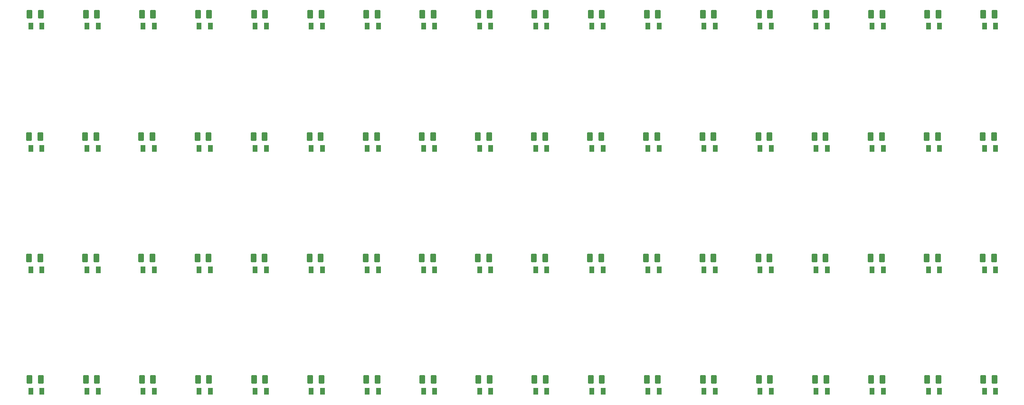
<source format=gtp>
G04*
G04 #@! TF.GenerationSoftware,Altium Limited,Altium Designer,22.10.1 (41)*
G04*
G04 Layer_Color=8421504*
%FSTAX44Y44*%
%MOMM*%
G71*
G04*
G04 #@! TF.SameCoordinates,24A3EEB5-F367-497A-A3BB-2F848839041C*
G04*
G04*
G04 #@! TF.FilePolarity,Positive*
G04*
G01*
G75*
G04:AMPARAMS|DCode=14|XSize=1.25mm|YSize=0.9mm|CornerRadius=0.1125mm|HoleSize=0mm|Usage=FLASHONLY|Rotation=90.000|XOffset=0mm|YOffset=0mm|HoleType=Round|Shape=RoundedRectangle|*
%AMROUNDEDRECTD14*
21,1,1.2500,0.6750,0,0,90.0*
21,1,1.0250,0.9000,0,0,90.0*
1,1,0.2250,0.3375,0.5125*
1,1,0.2250,0.3375,-0.5125*
1,1,0.2250,-0.3375,-0.5125*
1,1,0.2250,-0.3375,0.5125*
%
%ADD14ROUNDEDRECTD14*%
G04:AMPARAMS|DCode=15|XSize=1.5mm|YSize=1mm|CornerRadius=0.125mm|HoleSize=0mm|Usage=FLASHONLY|Rotation=270.000|XOffset=0mm|YOffset=0mm|HoleType=Round|Shape=RoundedRectangle|*
%AMROUNDEDRECTD15*
21,1,1.5000,0.7500,0,0,270.0*
21,1,1.2500,1.0000,0,0,270.0*
1,1,0.2500,-0.3750,-0.6250*
1,1,0.2500,-0.3750,0.6250*
1,1,0.2500,0.3750,0.6250*
1,1,0.2500,0.3750,-0.6250*
%
%ADD15ROUNDEDRECTD15*%
D14*
X01756Y02261D02*
D03*
X01736D02*
D03*
X01856D02*
D03*
X01836D02*
D03*
X01956D02*
D03*
X01936D02*
D03*
X01556D02*
D03*
X01536D02*
D03*
X01256D02*
D03*
X01236D02*
D03*
X01356D02*
D03*
X01336D02*
D03*
X01456D02*
D03*
X01436D02*
D03*
X01656D02*
D03*
X01636D02*
D03*
X01156D02*
D03*
X01136D02*
D03*
X00556D02*
D03*
X00536D02*
D03*
X00456D02*
D03*
X00436D02*
D03*
X01056D02*
D03*
X01036D02*
D03*
X00656D02*
D03*
X00636D02*
D03*
X00356D02*
D03*
X00336D02*
D03*
X00856D02*
D03*
X00836D02*
D03*
X00756D02*
D03*
X00736D02*
D03*
X00236Y02696D02*
D03*
X00256D02*
D03*
X00236Y02478D02*
D03*
X00256D02*
D03*
X00236Y02261D02*
D03*
X00256D02*
D03*
X00736Y02044D02*
D03*
X00756D02*
D03*
X00236D02*
D03*
X00256D02*
D03*
X00336Y02696D02*
D03*
X00356D02*
D03*
X00336Y02478D02*
D03*
X00356D02*
D03*
X00836Y02044D02*
D03*
X00856D02*
D03*
X00336D02*
D03*
X00356D02*
D03*
X00436Y02696D02*
D03*
X00456D02*
D03*
X00436Y02478D02*
D03*
X00456D02*
D03*
X00936Y02044D02*
D03*
X00956D02*
D03*
X00436D02*
D03*
X00456D02*
D03*
X00536Y02696D02*
D03*
X00556D02*
D03*
X00536Y02478D02*
D03*
X00556D02*
D03*
X01036Y02044D02*
D03*
X01056D02*
D03*
X00536D02*
D03*
X00556D02*
D03*
X00636Y02696D02*
D03*
X00656D02*
D03*
X00636Y02478D02*
D03*
X00656D02*
D03*
X01136Y02044D02*
D03*
X01156D02*
D03*
X00636D02*
D03*
X00656D02*
D03*
X00736Y02696D02*
D03*
X00756D02*
D03*
X00736Y02478D02*
D03*
X00756D02*
D03*
X00836Y02696D02*
D03*
X00856D02*
D03*
X00836Y02478D02*
D03*
X00856D02*
D03*
X00936Y02696D02*
D03*
X00956D02*
D03*
X00936Y02478D02*
D03*
X00956D02*
D03*
X00936Y02261D02*
D03*
X00956D02*
D03*
X01036Y02696D02*
D03*
X01056D02*
D03*
X01036Y02478D02*
D03*
X01056D02*
D03*
X01136Y02696D02*
D03*
X01156D02*
D03*
X01136Y02478D02*
D03*
X01156D02*
D03*
X01236Y02696D02*
D03*
X01256D02*
D03*
X01236Y02478D02*
D03*
X01256D02*
D03*
X01336Y02696D02*
D03*
X01356D02*
D03*
X01336Y02478D02*
D03*
X01356D02*
D03*
X01436Y02696D02*
D03*
X01456D02*
D03*
X01436Y02478D02*
D03*
X01456D02*
D03*
X01536Y02696D02*
D03*
X01556D02*
D03*
X01536Y02478D02*
D03*
X01556D02*
D03*
X01636Y02696D02*
D03*
X01656D02*
D03*
X01636Y02478D02*
D03*
X01656D02*
D03*
X01736Y02696D02*
D03*
X01756D02*
D03*
X01736Y02478D02*
D03*
X01756D02*
D03*
X01736Y02044D02*
D03*
X01756D02*
D03*
X01236D02*
D03*
X01256D02*
D03*
X01836Y02696D02*
D03*
X01856D02*
D03*
X01836Y02478D02*
D03*
X01856D02*
D03*
X01836Y02044D02*
D03*
X01856D02*
D03*
X01336D02*
D03*
X01356D02*
D03*
X01936Y02696D02*
D03*
X01956D02*
D03*
X01936Y02478D02*
D03*
X01956D02*
D03*
X01936Y02044D02*
D03*
X01956D02*
D03*
X01436D02*
D03*
X01456D02*
D03*
X01536D02*
D03*
X01556D02*
D03*
X01636D02*
D03*
X01656D02*
D03*
D15*
X01553Y02282D02*
D03*
X01533D02*
D03*
X01253D02*
D03*
X01233D02*
D03*
X01353D02*
D03*
X01333D02*
D03*
X01653D02*
D03*
X01633D02*
D03*
X00234Y02717D02*
D03*
X00254D02*
D03*
X00233Y02499D02*
D03*
X00253D02*
D03*
X00233Y02282D02*
D03*
X00253D02*
D03*
X00734Y02065D02*
D03*
X00754D02*
D03*
X00234D02*
D03*
X00254D02*
D03*
X00334Y02717D02*
D03*
X00354D02*
D03*
X00333Y02499D02*
D03*
X00353D02*
D03*
X00333Y02282D02*
D03*
X00353D02*
D03*
X00834Y02065D02*
D03*
X00854D02*
D03*
X00334D02*
D03*
X00354D02*
D03*
X00434Y02717D02*
D03*
X00454D02*
D03*
X00433Y02499D02*
D03*
X00453D02*
D03*
X00433Y02282D02*
D03*
X00453D02*
D03*
X00934Y02065D02*
D03*
X00954D02*
D03*
X00434D02*
D03*
X00454D02*
D03*
X00534Y02717D02*
D03*
X00554D02*
D03*
X00533Y02499D02*
D03*
X00553D02*
D03*
X00533Y02282D02*
D03*
X00553D02*
D03*
X01034Y02065D02*
D03*
X01054D02*
D03*
X00534D02*
D03*
X00554D02*
D03*
X00634Y02717D02*
D03*
X00654D02*
D03*
X00633Y02499D02*
D03*
X00653D02*
D03*
X00633Y02282D02*
D03*
X00653D02*
D03*
X01134Y02065D02*
D03*
X01154D02*
D03*
X00634D02*
D03*
X00654D02*
D03*
X00734Y02717D02*
D03*
X00754D02*
D03*
X00733Y02499D02*
D03*
X00753D02*
D03*
X00733Y02282D02*
D03*
X00753D02*
D03*
X00834Y02717D02*
D03*
X00854D02*
D03*
X00833Y02499D02*
D03*
X00853D02*
D03*
X00833Y02282D02*
D03*
X00853D02*
D03*
X00934Y02717D02*
D03*
X00954D02*
D03*
X00933Y02499D02*
D03*
X00953D02*
D03*
X00933Y02282D02*
D03*
X00953D02*
D03*
X01034Y02717D02*
D03*
X01054D02*
D03*
X01033Y02499D02*
D03*
X01053D02*
D03*
X01033Y02282D02*
D03*
X01053D02*
D03*
X01134Y02717D02*
D03*
X01154D02*
D03*
X01133Y02499D02*
D03*
X01153D02*
D03*
X01133Y02282D02*
D03*
X01153D02*
D03*
X01234Y02717D02*
D03*
X01254D02*
D03*
X01233Y02499D02*
D03*
X01253D02*
D03*
X01334Y02717D02*
D03*
X01354D02*
D03*
X01333Y02499D02*
D03*
X01353D02*
D03*
X01434Y02717D02*
D03*
X01454D02*
D03*
X01433Y02499D02*
D03*
X01453D02*
D03*
X01433Y02282D02*
D03*
X01453D02*
D03*
X01534Y02717D02*
D03*
X01554D02*
D03*
X01533Y02499D02*
D03*
X01553D02*
D03*
X01634Y02717D02*
D03*
X01654D02*
D03*
X01633Y02499D02*
D03*
X01653D02*
D03*
X01734Y02717D02*
D03*
X01754D02*
D03*
X01733Y02499D02*
D03*
X01753D02*
D03*
X01733Y02282D02*
D03*
X01753D02*
D03*
X01734Y02065D02*
D03*
X01754D02*
D03*
X01234D02*
D03*
X01254D02*
D03*
X01834Y02717D02*
D03*
X01854D02*
D03*
X01833Y02499D02*
D03*
X01853D02*
D03*
X01833Y02282D02*
D03*
X01853D02*
D03*
X01834Y02065D02*
D03*
X01854D02*
D03*
X01334D02*
D03*
X01354D02*
D03*
X01934Y02717D02*
D03*
X01954D02*
D03*
X01933Y02499D02*
D03*
X01953D02*
D03*
X01933Y02282D02*
D03*
X01953D02*
D03*
X01934Y02065D02*
D03*
X01954D02*
D03*
X01434D02*
D03*
X01454D02*
D03*
X01534D02*
D03*
X01554D02*
D03*
X01634D02*
D03*
X01654D02*
D03*
M02*

</source>
